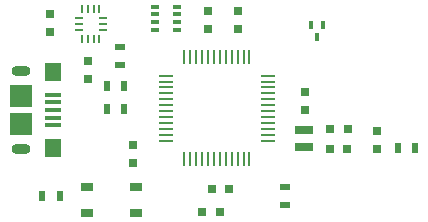
<source format=gtp>
G04 #@! TF.FileFunction,Paste,Top*
%FSLAX46Y46*%
G04 Gerber Fmt 4.6, Leading zero omitted, Abs format (unit mm)*
G04 Created by KiCad (PCBNEW 4.0.6) date Tue Sep  5 19:33:10 2017*
%MOMM*%
%LPD*%
G01*
G04 APERTURE LIST*
%ADD10C,0.150000*%
%ADD11R,0.750000X0.800000*%
%ADD12R,0.800000X0.750000*%
%ADD13R,1.348740X0.398780*%
%ADD14O,1.597660X0.899160*%
%ADD15R,1.399540X1.597660*%
%ADD16R,1.899920X1.899920*%
%ADD17R,0.500000X0.900000*%
%ADD18R,0.900000X0.500000*%
%ADD19R,0.460000X0.650000*%
%ADD20R,1.049020X0.647700*%
%ADD21R,1.300000X0.250000*%
%ADD22R,0.250000X1.300000*%
%ADD23R,0.250000X0.675000*%
%ADD24R,0.675000X0.250000*%
%ADD25R,0.800000X0.350000*%
%ADD26R,1.500000X0.800000*%
G04 APERTURE END LIST*
D10*
D11*
X165400000Y-88350000D03*
X165400000Y-86850000D03*
D12*
X157500000Y-95100000D03*
X159000000Y-95100000D03*
X158200000Y-97000000D03*
X156700000Y-97000000D03*
D11*
X150800000Y-91350000D03*
X150800000Y-92850000D03*
X159700000Y-81550000D03*
X159700000Y-80050000D03*
X157200000Y-81500000D03*
X157200000Y-80000000D03*
X143800000Y-80250000D03*
X143800000Y-81750000D03*
X147000000Y-85750000D03*
X147000000Y-84250000D03*
D13*
X144070000Y-87104200D03*
X144070000Y-87754440D03*
X144070000Y-88402140D03*
X144070000Y-89049840D03*
X144070000Y-89700080D03*
D14*
X141400460Y-85102680D03*
X141400460Y-91701600D03*
D15*
X144070000Y-85204280D03*
X144070000Y-91600000D03*
D16*
X141395380Y-87203260D03*
X141395380Y-89601020D03*
D11*
X171500000Y-90200000D03*
X171500000Y-91700000D03*
D12*
X169000000Y-91700000D03*
X167500000Y-91700000D03*
X169050000Y-90000000D03*
X167550000Y-90000000D03*
D17*
X174750000Y-91600000D03*
X173250000Y-91600000D03*
D18*
X163700000Y-96450000D03*
X163700000Y-94950000D03*
D19*
X166900000Y-81200000D03*
X165900000Y-81200000D03*
X166400000Y-82250000D03*
D17*
X143150000Y-95700000D03*
X144650000Y-95700000D03*
X148600000Y-88300000D03*
X150100000Y-88300000D03*
X148600000Y-86400000D03*
X150100000Y-86400000D03*
D18*
X149700000Y-84550000D03*
X149700000Y-83050000D03*
D20*
X146927360Y-94951160D03*
X151072640Y-94951160D03*
X146927360Y-97100000D03*
X151072640Y-97100000D03*
D21*
X162300000Y-90981108D03*
X162300000Y-90481108D03*
X162300000Y-89981108D03*
X162300000Y-89481108D03*
X162300000Y-88981108D03*
X162300000Y-88481108D03*
X162300000Y-87981108D03*
X162300000Y-87481108D03*
X162300000Y-86981108D03*
X162300000Y-86481108D03*
X162300000Y-85981108D03*
X162300000Y-85481108D03*
D22*
X160700000Y-83881108D03*
X160200000Y-83881108D03*
X159700000Y-83881108D03*
X159200000Y-83881108D03*
X158700000Y-83881108D03*
X158200000Y-83881108D03*
X157700000Y-83881108D03*
X157200000Y-83881108D03*
X156700000Y-83881108D03*
X156200000Y-83881108D03*
X155700000Y-83881108D03*
X155200000Y-83881108D03*
D21*
X153600000Y-85481108D03*
X153600000Y-85981108D03*
X153600000Y-86481108D03*
X153600000Y-86981108D03*
X153600000Y-87481108D03*
X153600000Y-87981108D03*
X153600000Y-88481108D03*
X153600000Y-88981108D03*
X153600000Y-89481108D03*
X153600000Y-89981108D03*
X153600000Y-90481108D03*
X153600000Y-90981108D03*
D22*
X155200000Y-92581108D03*
X155700000Y-92581108D03*
X156200000Y-92581108D03*
X156700000Y-92581108D03*
X157200000Y-92581108D03*
X157700000Y-92581108D03*
X158200000Y-92581108D03*
X158700000Y-92581108D03*
X159200000Y-92581108D03*
X159700000Y-92581108D03*
X160200000Y-92581108D03*
X160700000Y-92581108D03*
D23*
X148000000Y-79875000D03*
X147500000Y-79875000D03*
X147000000Y-79875000D03*
X146500000Y-79875000D03*
D24*
X146237500Y-80637500D03*
X146237500Y-81137500D03*
X146237500Y-81637500D03*
D23*
X146500000Y-82400000D03*
X147000000Y-82400000D03*
X147500000Y-82400000D03*
X148000000Y-82400000D03*
D24*
X148262500Y-81637500D03*
X148262500Y-81137500D03*
X148262500Y-80637500D03*
D25*
X152700000Y-80950000D03*
X154600000Y-80950000D03*
X152700000Y-80300000D03*
X154600000Y-80300000D03*
X154600000Y-81600000D03*
X152700000Y-81600000D03*
X152700000Y-79650000D03*
X154600000Y-79650000D03*
D26*
X165300000Y-91550000D03*
X165300000Y-90050000D03*
M02*

</source>
